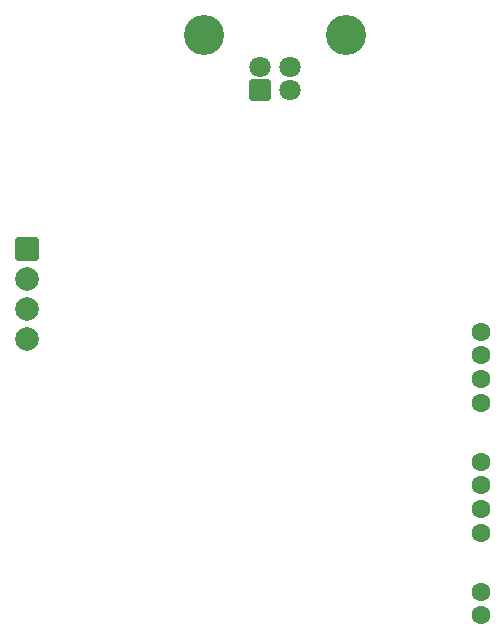
<source format=gbs>
G04*
G04 #@! TF.GenerationSoftware,Altium Limited,Altium Designer,22.3.1 (43)*
G04*
G04 Layer_Color=16711935*
%FSLAX42Y42*%
%MOMM*%
G71*
G04*
G04 #@! TF.SameCoordinates,4198B530-315D-40FA-A6EC-FFF3DE07C210*
G04*
G04*
G04 #@! TF.FilePolarity,Negative*
G04*
G01*
G75*
%ADD31C,1.60*%
%ADD32C,2.00*%
G04:AMPARAMS|DCode=33|XSize=2mm|YSize=2mm|CornerRadius=0.19mm|HoleSize=0mm|Usage=FLASHONLY|Rotation=270.000|XOffset=0mm|YOffset=0mm|HoleType=Round|Shape=RoundedRectangle|*
%AMROUNDEDRECTD33*
21,1,2.00,1.62,0,0,270.0*
21,1,1.62,2.00,0,0,270.0*
1,1,0.38,-0.81,-0.81*
1,1,0.38,-0.81,0.81*
1,1,0.38,0.81,0.81*
1,1,0.38,0.81,-0.81*
%
%ADD33ROUNDEDRECTD33*%
G04:AMPARAMS|DCode=34|XSize=1.8mm|YSize=1.8mm|CornerRadius=0.18mm|HoleSize=0mm|Usage=FLASHONLY|Rotation=180.000|XOffset=0mm|YOffset=0mm|HoleType=Round|Shape=RoundedRectangle|*
%AMROUNDEDRECTD34*
21,1,1.80,1.44,0,0,180.0*
21,1,1.44,1.80,0,0,180.0*
1,1,0.36,-0.72,0.72*
1,1,0.36,0.72,0.72*
1,1,0.36,0.72,-0.72*
1,1,0.36,-0.72,-0.72*
%
%ADD34ROUNDEDRECTD34*%
%ADD35C,3.40*%
%ADD36C,1.80*%
D31*
X4040Y3340D02*
D03*
Y2940D02*
D03*
Y3540D02*
D03*
Y3140D02*
D03*
Y2240D02*
D03*
Y1840D02*
D03*
Y2440D02*
D03*
Y2040D02*
D03*
Y1340D02*
D03*
Y1140D02*
D03*
D32*
X200Y3482D02*
D03*
Y3736D02*
D03*
Y3990D02*
D03*
D33*
Y4244D02*
D03*
D34*
X2175Y5585D02*
D03*
D35*
X1698Y6056D02*
D03*
X2902D02*
D03*
D36*
X2425Y5585D02*
D03*
X2175Y5785D02*
D03*
X2425D02*
D03*
M02*

</source>
